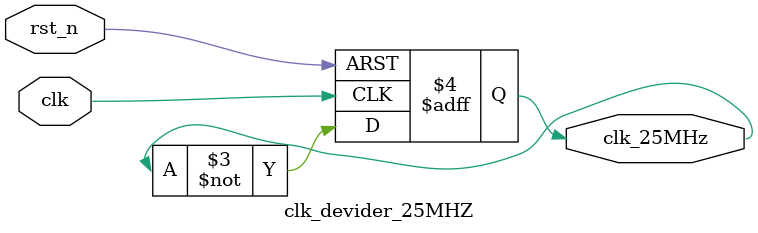
<source format=v>
module clk_devider_25MHZ(
input      clk      ,
input      rst_n    ,
output reg clk_25MHz
);

always @(posedge clk or negedge rst_n)
	if (~rst_n)	clk_25MHz <= 'd0; else
			    		clk_25MHz <= ~clk_25MHz;

endmodule
</source>
